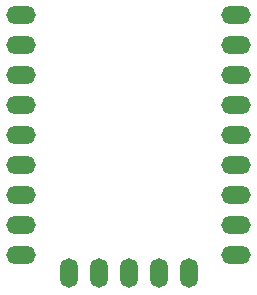
<source format=gbr>
%TF.GenerationSoftware,KiCad,Pcbnew,8.0.1*%
%TF.CreationDate,2024-03-26T13:51:38-04:00*%
%TF.ProjectId,hitbox,68697462-6f78-42e6-9b69-6361645f7063,rev?*%
%TF.SameCoordinates,Original*%
%TF.FileFunction,Paste,Top*%
%TF.FilePolarity,Positive*%
%FSLAX46Y46*%
G04 Gerber Fmt 4.6, Leading zero omitted, Abs format (unit mm)*
G04 Created by KiCad (PCBNEW 8.0.1) date 2024-03-26 13:51:38*
%MOMM*%
%LPD*%
G01*
G04 APERTURE LIST*
%ADD10O,2.500000X1.500000*%
%ADD11O,1.500000X2.500000*%
G04 APERTURE END LIST*
D10*
%TO.C,U1*%
X212034194Y-59104962D03*
X212034194Y-61644962D03*
X212034194Y-64184962D03*
X212034194Y-66724962D03*
X212034194Y-69264962D03*
X212034194Y-71804962D03*
X212034194Y-74344962D03*
X212034194Y-76884962D03*
X212034194Y-79424962D03*
D11*
X207994194Y-80924962D03*
X205454194Y-80924962D03*
X202914194Y-80924962D03*
X200374194Y-80924962D03*
X197834194Y-80924962D03*
D10*
X193794194Y-79424962D03*
X193794194Y-76884962D03*
X193794194Y-74344962D03*
X193794194Y-71804962D03*
X193794194Y-69264962D03*
X193794194Y-66724962D03*
X193794194Y-64184962D03*
X193794194Y-61644962D03*
X193794194Y-59104962D03*
%TD*%
M02*

</source>
